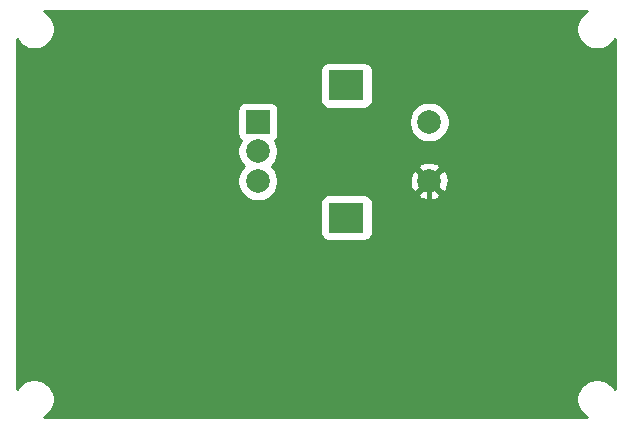
<source format=gbr>
G04 #@! TF.GenerationSoftware,KiCad,Pcbnew,(5.1.2)-2*
G04 #@! TF.CreationDate,2019-12-09T13:21:08+02:00*
G04 #@! TF.ProjectId,front_encoder,66726f6e-745f-4656-9e63-6f6465722e6b,rev?*
G04 #@! TF.SameCoordinates,Original*
G04 #@! TF.FileFunction,Copper,L1,Top*
G04 #@! TF.FilePolarity,Positive*
%FSLAX46Y46*%
G04 Gerber Fmt 4.6, Leading zero omitted, Abs format (unit mm)*
G04 Created by KiCad (PCBNEW (5.1.2)-2) date 2019-12-09 13:21:08*
%MOMM*%
%LPD*%
G04 APERTURE LIST*
%ADD10C,2.000000*%
%ADD11R,3.000000X2.500000*%
%ADD12R,2.000000X2.000000*%
%ADD13C,1.000000*%
%ADD14C,0.381000*%
%ADD15C,0.254000*%
G04 APERTURE END LIST*
D10*
X148866000Y-106854000D03*
X148866000Y-101854000D03*
D11*
X141866000Y-109954000D03*
X141866000Y-98754000D03*
D10*
X134366000Y-106854000D03*
X134366000Y-104354000D03*
D12*
X134366000Y-101854000D03*
D13*
X125857000Y-117221000D03*
X127857000Y-117221000D03*
X129857000Y-117221000D03*
X125857000Y-119221000D03*
X127857000Y-119221000D03*
X129857000Y-119221000D03*
X125857000Y-121221000D03*
X127857000Y-121221000D03*
X129857000Y-121221000D03*
X120904000Y-106807000D03*
X150876000Y-123444000D03*
X150622000Y-112268000D03*
X152622000Y-112268000D03*
X154622000Y-112268000D03*
X150622000Y-114268000D03*
X152622000Y-114268000D03*
X154622000Y-114268000D03*
X150622000Y-116268000D03*
X152622000Y-116268000D03*
X154622000Y-116268000D03*
X152876000Y-123444000D03*
X150876000Y-125444000D03*
X152876000Y-125444000D03*
X122904000Y-106807000D03*
X124904000Y-106807000D03*
X120904000Y-101854000D03*
X122904000Y-101854000D03*
X124904000Y-101854000D03*
X135255000Y-112014000D03*
X135255000Y-114681000D03*
D14*
X148866000Y-111484000D02*
X148866000Y-106854000D01*
X150876000Y-114554000D02*
X150876000Y-123444000D01*
X148866000Y-111484000D02*
X148866000Y-112544000D01*
X148866000Y-112544000D02*
X150876000Y-114554000D01*
X148866000Y-112754000D02*
X148866000Y-111484000D01*
X129286000Y-104394000D02*
X130556000Y-105664000D01*
X120396000Y-104394000D02*
X129286000Y-104394000D01*
X130556000Y-105664000D02*
X130556000Y-113284000D01*
X130556000Y-113284000D02*
X131826000Y-114554000D01*
X131826000Y-114554000D02*
X147066000Y-114554000D01*
X147066000Y-114554000D02*
X148866000Y-112754000D01*
D15*
G36*
X161967102Y-92638552D02*
G01*
X161726552Y-92879102D01*
X161537553Y-93161959D01*
X161407368Y-93476253D01*
X161341000Y-93809905D01*
X161341000Y-94150095D01*
X161407368Y-94483747D01*
X161537553Y-94798041D01*
X161726552Y-95080898D01*
X161967102Y-95321448D01*
X162249959Y-95510447D01*
X162564253Y-95640632D01*
X162897905Y-95707000D01*
X163238095Y-95707000D01*
X163571747Y-95640632D01*
X163886041Y-95510447D01*
X164168898Y-95321448D01*
X164409448Y-95080898D01*
X164577000Y-94830139D01*
X164577001Y-124498863D01*
X164409448Y-124248102D01*
X164168898Y-124007552D01*
X163886041Y-123818553D01*
X163571747Y-123688368D01*
X163238095Y-123622000D01*
X162897905Y-123622000D01*
X162564253Y-123688368D01*
X162249959Y-123818553D01*
X161967102Y-124007552D01*
X161726552Y-124248102D01*
X161537553Y-124530959D01*
X161407368Y-124845253D01*
X161341000Y-125178905D01*
X161341000Y-125519095D01*
X161407368Y-125852747D01*
X161537553Y-126167041D01*
X161726552Y-126449898D01*
X161967102Y-126690448D01*
X162217861Y-126858000D01*
X116293139Y-126858000D01*
X116543898Y-126690448D01*
X116784448Y-126449898D01*
X116973447Y-126167041D01*
X117103632Y-125852747D01*
X117170000Y-125519095D01*
X117170000Y-125178905D01*
X117103632Y-124845253D01*
X116973447Y-124530959D01*
X116784448Y-124248102D01*
X116543898Y-124007552D01*
X116261041Y-123818553D01*
X115946747Y-123688368D01*
X115613095Y-123622000D01*
X115272905Y-123622000D01*
X114939253Y-123688368D01*
X114624959Y-123818553D01*
X114342102Y-124007552D01*
X114101552Y-124248102D01*
X113934000Y-124498861D01*
X113934000Y-108704000D01*
X139635483Y-108704000D01*
X139635483Y-111204000D01*
X139649520Y-111346517D01*
X139691090Y-111483557D01*
X139758597Y-111609853D01*
X139849446Y-111720554D01*
X139960147Y-111811403D01*
X140086443Y-111878910D01*
X140223483Y-111920480D01*
X140366000Y-111934517D01*
X143366000Y-111934517D01*
X143508517Y-111920480D01*
X143645557Y-111878910D01*
X143771853Y-111811403D01*
X143882554Y-111720554D01*
X143973403Y-111609853D01*
X144040910Y-111483557D01*
X144082480Y-111346517D01*
X144096517Y-111204000D01*
X144096517Y-108704000D01*
X144082480Y-108561483D01*
X144040910Y-108424443D01*
X143973403Y-108298147D01*
X143882554Y-108187446D01*
X143771853Y-108096597D01*
X143645557Y-108029090D01*
X143514758Y-107989413D01*
X147910192Y-107989413D01*
X148005956Y-108253814D01*
X148295571Y-108394704D01*
X148607108Y-108476384D01*
X148928595Y-108495718D01*
X149247675Y-108451961D01*
X149552088Y-108346795D01*
X149726044Y-108253814D01*
X149821808Y-107989413D01*
X148866000Y-107033605D01*
X147910192Y-107989413D01*
X143514758Y-107989413D01*
X143508517Y-107987520D01*
X143366000Y-107973483D01*
X140366000Y-107973483D01*
X140223483Y-107987520D01*
X140086443Y-108029090D01*
X139960147Y-108096597D01*
X139849446Y-108187446D01*
X139758597Y-108298147D01*
X139691090Y-108424443D01*
X139649520Y-108561483D01*
X139635483Y-108704000D01*
X113934000Y-108704000D01*
X113934000Y-100854000D01*
X132635483Y-100854000D01*
X132635483Y-102854000D01*
X132649520Y-102996517D01*
X132691090Y-103133557D01*
X132758597Y-103259853D01*
X132849446Y-103370554D01*
X132911852Y-103421769D01*
X132835553Y-103535959D01*
X132705368Y-103850253D01*
X132639000Y-104183905D01*
X132639000Y-104524095D01*
X132705368Y-104857747D01*
X132835553Y-105172041D01*
X133024552Y-105454898D01*
X133173654Y-105604000D01*
X133024552Y-105753102D01*
X132835553Y-106035959D01*
X132705368Y-106350253D01*
X132639000Y-106683905D01*
X132639000Y-107024095D01*
X132705368Y-107357747D01*
X132835553Y-107672041D01*
X133024552Y-107954898D01*
X133265102Y-108195448D01*
X133547959Y-108384447D01*
X133862253Y-108514632D01*
X134195905Y-108581000D01*
X134536095Y-108581000D01*
X134869747Y-108514632D01*
X135184041Y-108384447D01*
X135466898Y-108195448D01*
X135707448Y-107954898D01*
X135896447Y-107672041D01*
X136026632Y-107357747D01*
X136093000Y-107024095D01*
X136093000Y-106916595D01*
X147224282Y-106916595D01*
X147268039Y-107235675D01*
X147373205Y-107540088D01*
X147466186Y-107714044D01*
X147730587Y-107809808D01*
X148686395Y-106854000D01*
X149045605Y-106854000D01*
X150001413Y-107809808D01*
X150265814Y-107714044D01*
X150406704Y-107424429D01*
X150488384Y-107112892D01*
X150507718Y-106791405D01*
X150463961Y-106472325D01*
X150358795Y-106167912D01*
X150265814Y-105993956D01*
X150001413Y-105898192D01*
X149045605Y-106854000D01*
X148686395Y-106854000D01*
X147730587Y-105898192D01*
X147466186Y-105993956D01*
X147325296Y-106283571D01*
X147243616Y-106595108D01*
X147224282Y-106916595D01*
X136093000Y-106916595D01*
X136093000Y-106683905D01*
X136026632Y-106350253D01*
X135896447Y-106035959D01*
X135707448Y-105753102D01*
X135672933Y-105718587D01*
X147910192Y-105718587D01*
X148866000Y-106674395D01*
X149821808Y-105718587D01*
X149726044Y-105454186D01*
X149436429Y-105313296D01*
X149124892Y-105231616D01*
X148803405Y-105212282D01*
X148484325Y-105256039D01*
X148179912Y-105361205D01*
X148005956Y-105454186D01*
X147910192Y-105718587D01*
X135672933Y-105718587D01*
X135558346Y-105604000D01*
X135707448Y-105454898D01*
X135896447Y-105172041D01*
X136026632Y-104857747D01*
X136093000Y-104524095D01*
X136093000Y-104183905D01*
X136026632Y-103850253D01*
X135896447Y-103535959D01*
X135820148Y-103421769D01*
X135882554Y-103370554D01*
X135973403Y-103259853D01*
X136040910Y-103133557D01*
X136082480Y-102996517D01*
X136096517Y-102854000D01*
X136096517Y-101683905D01*
X147139000Y-101683905D01*
X147139000Y-102024095D01*
X147205368Y-102357747D01*
X147335553Y-102672041D01*
X147524552Y-102954898D01*
X147765102Y-103195448D01*
X148047959Y-103384447D01*
X148362253Y-103514632D01*
X148695905Y-103581000D01*
X149036095Y-103581000D01*
X149369747Y-103514632D01*
X149684041Y-103384447D01*
X149966898Y-103195448D01*
X150207448Y-102954898D01*
X150396447Y-102672041D01*
X150526632Y-102357747D01*
X150593000Y-102024095D01*
X150593000Y-101683905D01*
X150526632Y-101350253D01*
X150396447Y-101035959D01*
X150207448Y-100753102D01*
X149966898Y-100512552D01*
X149684041Y-100323553D01*
X149369747Y-100193368D01*
X149036095Y-100127000D01*
X148695905Y-100127000D01*
X148362253Y-100193368D01*
X148047959Y-100323553D01*
X147765102Y-100512552D01*
X147524552Y-100753102D01*
X147335553Y-101035959D01*
X147205368Y-101350253D01*
X147139000Y-101683905D01*
X136096517Y-101683905D01*
X136096517Y-100854000D01*
X136082480Y-100711483D01*
X136040910Y-100574443D01*
X135973403Y-100448147D01*
X135882554Y-100337446D01*
X135771853Y-100246597D01*
X135645557Y-100179090D01*
X135508517Y-100137520D01*
X135366000Y-100123483D01*
X133366000Y-100123483D01*
X133223483Y-100137520D01*
X133086443Y-100179090D01*
X132960147Y-100246597D01*
X132849446Y-100337446D01*
X132758597Y-100448147D01*
X132691090Y-100574443D01*
X132649520Y-100711483D01*
X132635483Y-100854000D01*
X113934000Y-100854000D01*
X113934000Y-97504000D01*
X139635483Y-97504000D01*
X139635483Y-100004000D01*
X139649520Y-100146517D01*
X139691090Y-100283557D01*
X139758597Y-100409853D01*
X139849446Y-100520554D01*
X139960147Y-100611403D01*
X140086443Y-100678910D01*
X140223483Y-100720480D01*
X140366000Y-100734517D01*
X143366000Y-100734517D01*
X143508517Y-100720480D01*
X143645557Y-100678910D01*
X143771853Y-100611403D01*
X143882554Y-100520554D01*
X143973403Y-100409853D01*
X144040910Y-100283557D01*
X144082480Y-100146517D01*
X144096517Y-100004000D01*
X144096517Y-97504000D01*
X144082480Y-97361483D01*
X144040910Y-97224443D01*
X143973403Y-97098147D01*
X143882554Y-96987446D01*
X143771853Y-96896597D01*
X143645557Y-96829090D01*
X143508517Y-96787520D01*
X143366000Y-96773483D01*
X140366000Y-96773483D01*
X140223483Y-96787520D01*
X140086443Y-96829090D01*
X139960147Y-96896597D01*
X139849446Y-96987446D01*
X139758597Y-97098147D01*
X139691090Y-97224443D01*
X139649520Y-97361483D01*
X139635483Y-97504000D01*
X113934000Y-97504000D01*
X113934000Y-94830139D01*
X114101552Y-95080898D01*
X114342102Y-95321448D01*
X114624959Y-95510447D01*
X114939253Y-95640632D01*
X115272905Y-95707000D01*
X115613095Y-95707000D01*
X115946747Y-95640632D01*
X116261041Y-95510447D01*
X116543898Y-95321448D01*
X116784448Y-95080898D01*
X116973447Y-94798041D01*
X117103632Y-94483747D01*
X117170000Y-94150095D01*
X117170000Y-93809905D01*
X117103632Y-93476253D01*
X116973447Y-93161959D01*
X116784448Y-92879102D01*
X116543898Y-92638552D01*
X116293139Y-92471000D01*
X162217861Y-92471000D01*
X161967102Y-92638552D01*
X161967102Y-92638552D01*
G37*
X161967102Y-92638552D02*
X161726552Y-92879102D01*
X161537553Y-93161959D01*
X161407368Y-93476253D01*
X161341000Y-93809905D01*
X161341000Y-94150095D01*
X161407368Y-94483747D01*
X161537553Y-94798041D01*
X161726552Y-95080898D01*
X161967102Y-95321448D01*
X162249959Y-95510447D01*
X162564253Y-95640632D01*
X162897905Y-95707000D01*
X163238095Y-95707000D01*
X163571747Y-95640632D01*
X163886041Y-95510447D01*
X164168898Y-95321448D01*
X164409448Y-95080898D01*
X164577000Y-94830139D01*
X164577001Y-124498863D01*
X164409448Y-124248102D01*
X164168898Y-124007552D01*
X163886041Y-123818553D01*
X163571747Y-123688368D01*
X163238095Y-123622000D01*
X162897905Y-123622000D01*
X162564253Y-123688368D01*
X162249959Y-123818553D01*
X161967102Y-124007552D01*
X161726552Y-124248102D01*
X161537553Y-124530959D01*
X161407368Y-124845253D01*
X161341000Y-125178905D01*
X161341000Y-125519095D01*
X161407368Y-125852747D01*
X161537553Y-126167041D01*
X161726552Y-126449898D01*
X161967102Y-126690448D01*
X162217861Y-126858000D01*
X116293139Y-126858000D01*
X116543898Y-126690448D01*
X116784448Y-126449898D01*
X116973447Y-126167041D01*
X117103632Y-125852747D01*
X117170000Y-125519095D01*
X117170000Y-125178905D01*
X117103632Y-124845253D01*
X116973447Y-124530959D01*
X116784448Y-124248102D01*
X116543898Y-124007552D01*
X116261041Y-123818553D01*
X115946747Y-123688368D01*
X115613095Y-123622000D01*
X115272905Y-123622000D01*
X114939253Y-123688368D01*
X114624959Y-123818553D01*
X114342102Y-124007552D01*
X114101552Y-124248102D01*
X113934000Y-124498861D01*
X113934000Y-108704000D01*
X139635483Y-108704000D01*
X139635483Y-111204000D01*
X139649520Y-111346517D01*
X139691090Y-111483557D01*
X139758597Y-111609853D01*
X139849446Y-111720554D01*
X139960147Y-111811403D01*
X140086443Y-111878910D01*
X140223483Y-111920480D01*
X140366000Y-111934517D01*
X143366000Y-111934517D01*
X143508517Y-111920480D01*
X143645557Y-111878910D01*
X143771853Y-111811403D01*
X143882554Y-111720554D01*
X143973403Y-111609853D01*
X144040910Y-111483557D01*
X144082480Y-111346517D01*
X144096517Y-111204000D01*
X144096517Y-108704000D01*
X144082480Y-108561483D01*
X144040910Y-108424443D01*
X143973403Y-108298147D01*
X143882554Y-108187446D01*
X143771853Y-108096597D01*
X143645557Y-108029090D01*
X143514758Y-107989413D01*
X147910192Y-107989413D01*
X148005956Y-108253814D01*
X148295571Y-108394704D01*
X148607108Y-108476384D01*
X148928595Y-108495718D01*
X149247675Y-108451961D01*
X149552088Y-108346795D01*
X149726044Y-108253814D01*
X149821808Y-107989413D01*
X148866000Y-107033605D01*
X147910192Y-107989413D01*
X143514758Y-107989413D01*
X143508517Y-107987520D01*
X143366000Y-107973483D01*
X140366000Y-107973483D01*
X140223483Y-107987520D01*
X140086443Y-108029090D01*
X139960147Y-108096597D01*
X139849446Y-108187446D01*
X139758597Y-108298147D01*
X139691090Y-108424443D01*
X139649520Y-108561483D01*
X139635483Y-108704000D01*
X113934000Y-108704000D01*
X113934000Y-100854000D01*
X132635483Y-100854000D01*
X132635483Y-102854000D01*
X132649520Y-102996517D01*
X132691090Y-103133557D01*
X132758597Y-103259853D01*
X132849446Y-103370554D01*
X132911852Y-103421769D01*
X132835553Y-103535959D01*
X132705368Y-103850253D01*
X132639000Y-104183905D01*
X132639000Y-104524095D01*
X132705368Y-104857747D01*
X132835553Y-105172041D01*
X133024552Y-105454898D01*
X133173654Y-105604000D01*
X133024552Y-105753102D01*
X132835553Y-106035959D01*
X132705368Y-106350253D01*
X132639000Y-106683905D01*
X132639000Y-107024095D01*
X132705368Y-107357747D01*
X132835553Y-107672041D01*
X133024552Y-107954898D01*
X133265102Y-108195448D01*
X133547959Y-108384447D01*
X133862253Y-108514632D01*
X134195905Y-108581000D01*
X134536095Y-108581000D01*
X134869747Y-108514632D01*
X135184041Y-108384447D01*
X135466898Y-108195448D01*
X135707448Y-107954898D01*
X135896447Y-107672041D01*
X136026632Y-107357747D01*
X136093000Y-107024095D01*
X136093000Y-106916595D01*
X147224282Y-106916595D01*
X147268039Y-107235675D01*
X147373205Y-107540088D01*
X147466186Y-107714044D01*
X147730587Y-107809808D01*
X148686395Y-106854000D01*
X149045605Y-106854000D01*
X150001413Y-107809808D01*
X150265814Y-107714044D01*
X150406704Y-107424429D01*
X150488384Y-107112892D01*
X150507718Y-106791405D01*
X150463961Y-106472325D01*
X150358795Y-106167912D01*
X150265814Y-105993956D01*
X150001413Y-105898192D01*
X149045605Y-106854000D01*
X148686395Y-106854000D01*
X147730587Y-105898192D01*
X147466186Y-105993956D01*
X147325296Y-106283571D01*
X147243616Y-106595108D01*
X147224282Y-106916595D01*
X136093000Y-106916595D01*
X136093000Y-106683905D01*
X136026632Y-106350253D01*
X135896447Y-106035959D01*
X135707448Y-105753102D01*
X135672933Y-105718587D01*
X147910192Y-105718587D01*
X148866000Y-106674395D01*
X149821808Y-105718587D01*
X149726044Y-105454186D01*
X149436429Y-105313296D01*
X149124892Y-105231616D01*
X148803405Y-105212282D01*
X148484325Y-105256039D01*
X148179912Y-105361205D01*
X148005956Y-105454186D01*
X147910192Y-105718587D01*
X135672933Y-105718587D01*
X135558346Y-105604000D01*
X135707448Y-105454898D01*
X135896447Y-105172041D01*
X136026632Y-104857747D01*
X136093000Y-104524095D01*
X136093000Y-104183905D01*
X136026632Y-103850253D01*
X135896447Y-103535959D01*
X135820148Y-103421769D01*
X135882554Y-103370554D01*
X135973403Y-103259853D01*
X136040910Y-103133557D01*
X136082480Y-102996517D01*
X136096517Y-102854000D01*
X136096517Y-101683905D01*
X147139000Y-101683905D01*
X147139000Y-102024095D01*
X147205368Y-102357747D01*
X147335553Y-102672041D01*
X147524552Y-102954898D01*
X147765102Y-103195448D01*
X148047959Y-103384447D01*
X148362253Y-103514632D01*
X148695905Y-103581000D01*
X149036095Y-103581000D01*
X149369747Y-103514632D01*
X149684041Y-103384447D01*
X149966898Y-103195448D01*
X150207448Y-102954898D01*
X150396447Y-102672041D01*
X150526632Y-102357747D01*
X150593000Y-102024095D01*
X150593000Y-101683905D01*
X150526632Y-101350253D01*
X150396447Y-101035959D01*
X150207448Y-100753102D01*
X149966898Y-100512552D01*
X149684041Y-100323553D01*
X149369747Y-100193368D01*
X149036095Y-100127000D01*
X148695905Y-100127000D01*
X148362253Y-100193368D01*
X148047959Y-100323553D01*
X147765102Y-100512552D01*
X147524552Y-100753102D01*
X147335553Y-101035959D01*
X147205368Y-101350253D01*
X147139000Y-101683905D01*
X136096517Y-101683905D01*
X136096517Y-100854000D01*
X136082480Y-100711483D01*
X136040910Y-100574443D01*
X135973403Y-100448147D01*
X135882554Y-100337446D01*
X135771853Y-100246597D01*
X135645557Y-100179090D01*
X135508517Y-100137520D01*
X135366000Y-100123483D01*
X133366000Y-100123483D01*
X133223483Y-100137520D01*
X133086443Y-100179090D01*
X132960147Y-100246597D01*
X132849446Y-100337446D01*
X132758597Y-100448147D01*
X132691090Y-100574443D01*
X132649520Y-100711483D01*
X132635483Y-100854000D01*
X113934000Y-100854000D01*
X113934000Y-97504000D01*
X139635483Y-97504000D01*
X139635483Y-100004000D01*
X139649520Y-100146517D01*
X139691090Y-100283557D01*
X139758597Y-100409853D01*
X139849446Y-100520554D01*
X139960147Y-100611403D01*
X140086443Y-100678910D01*
X140223483Y-100720480D01*
X140366000Y-100734517D01*
X143366000Y-100734517D01*
X143508517Y-100720480D01*
X143645557Y-100678910D01*
X143771853Y-100611403D01*
X143882554Y-100520554D01*
X143973403Y-100409853D01*
X144040910Y-100283557D01*
X144082480Y-100146517D01*
X144096517Y-100004000D01*
X144096517Y-97504000D01*
X144082480Y-97361483D01*
X144040910Y-97224443D01*
X143973403Y-97098147D01*
X143882554Y-96987446D01*
X143771853Y-96896597D01*
X143645557Y-96829090D01*
X143508517Y-96787520D01*
X143366000Y-96773483D01*
X140366000Y-96773483D01*
X140223483Y-96787520D01*
X140086443Y-96829090D01*
X139960147Y-96896597D01*
X139849446Y-96987446D01*
X139758597Y-97098147D01*
X139691090Y-97224443D01*
X139649520Y-97361483D01*
X139635483Y-97504000D01*
X113934000Y-97504000D01*
X113934000Y-94830139D01*
X114101552Y-95080898D01*
X114342102Y-95321448D01*
X114624959Y-95510447D01*
X114939253Y-95640632D01*
X115272905Y-95707000D01*
X115613095Y-95707000D01*
X115946747Y-95640632D01*
X116261041Y-95510447D01*
X116543898Y-95321448D01*
X116784448Y-95080898D01*
X116973447Y-94798041D01*
X117103632Y-94483747D01*
X117170000Y-94150095D01*
X117170000Y-93809905D01*
X117103632Y-93476253D01*
X116973447Y-93161959D01*
X116784448Y-92879102D01*
X116543898Y-92638552D01*
X116293139Y-92471000D01*
X162217861Y-92471000D01*
X161967102Y-92638552D01*
M02*

</source>
